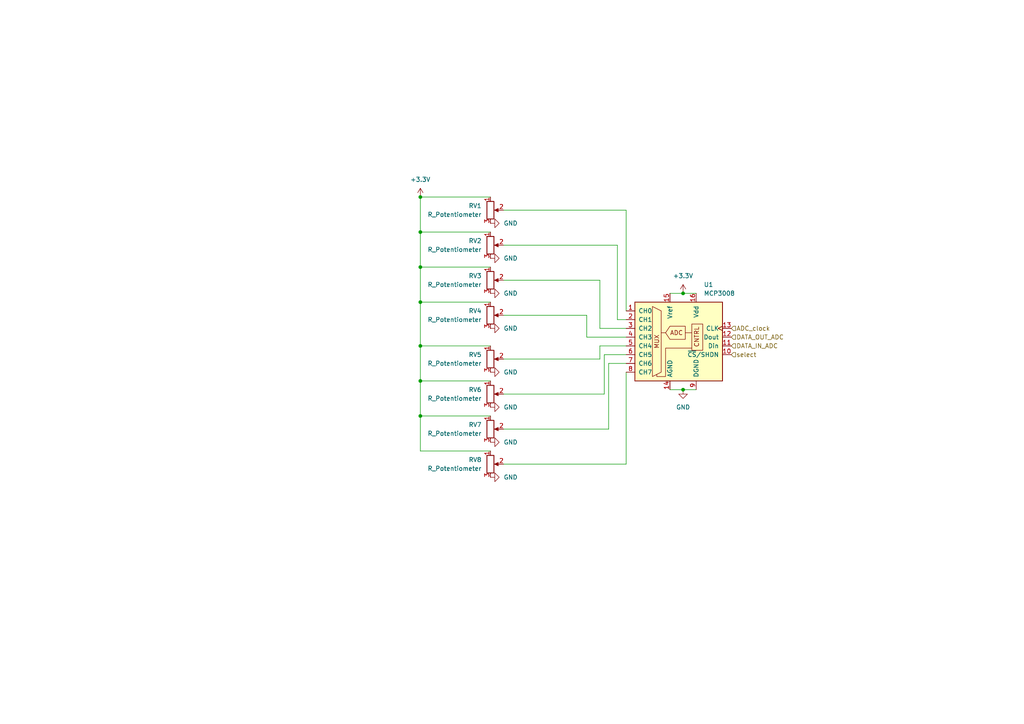
<source format=kicad_sch>
(kicad_sch (version 20231120) (generator "eeschema") (generator_version "8.0")
  (paper "A4")
  (lib_symbols
    (symbol "Analog_ADC:MCP3008" (pin_names (offset 1.016))
      (property "Reference" "U" (at -5.08 13.335 0))
      (property "Value" "MCP3008" (at -5.08 11.43 0))
      (symbol "MCP3008_0_0"
        (text "ADC" (at -0.635 1.27 0) (effects (font (size 1.27 1.27))))
        (text "CNTRL" (at 5.969 -2.921 900) (effects (font (size 1.27 1.27)) (justify left bottom)))
        (text "MUX" (at -6.35 -1.27 900) (effects (font (size 1.27 1.27))))
      )
      (symbol "MCP3008_0_1"
        (polyline (pts (xy -3.81 1.27) (xy -5.08 1.27)))
        (polyline (pts (xy 1.905 1.27) (xy 3.81 1.27)))
        (polyline (pts (xy -7.62 8.89) (xy -7.62 -11.43) (xy -5.08 -10.16) (xy -5.08 7.62) (xy -7.62 8.89)))
        (polyline (pts (xy 3.81 -3.175) (xy -3.81 -3.175) (xy -3.81 -11.43) (xy -6.35 -11.43) (xy -6.35 -10.795)))
        (polyline (pts (xy 1.905 3.175) (xy 1.905 -0.635) (xy -2.54 -0.635) (xy -3.81 1.27) (xy -2.54 3.175) (xy 1.905 3.175)))
        (rectangle (start 3.81 -3.81) (end 6.985 3.81))
        (rectangle (start 12.7 -12.7) (end -12.7 10.16) (stroke (width 0.254)) (fill (type background)))
      )
      (symbol "MCP3008_1_1"
        (pin input line (at -15.24 7.62 0) (length 2.54) (name "CH0") (number "1"))
        (pin input line (at 15.24 -5.08 180) (length 2.54) (name "~{CS}/SHDN") (number "10"))
        (pin input line (at 15.24 -2.54 180) (length 2.54) (name "Din") (number "11"))
        (pin output line (at 15.24 0 180) (length 2.54) (name "Dout") (number "12"))
        (pin input clock (at 15.24 2.54 180) (length 2.54) (name "CLK") (number "13"))
        (pin power_in line (at -2.54 -15.24 90) (length 2.54) (name "AGND") (number "14"))
        (pin power_in line (at -2.54 12.7 270) (length 2.54) (name "Vref") (number "15"))
        (pin power_in line (at 5.08 12.7 270) (length 2.54) (name "Vdd") (number "16"))
        (pin input line (at -15.24 5.08 0) (length 2.54) (name "CH1") (number "2"))
        (pin input line (at -15.24 2.54 0) (length 2.54) (name "CH2") (number "3"))
        (pin input line (at -15.24 0 0) (length 2.54) (name "CH3") (number "4"))
        (pin input line (at -15.24 -2.54 0) (length 2.54) (name "CH4") (number "5"))
        (pin input line (at -15.24 -5.08 0) (length 2.54) (name "CH5") (number "6"))
        (pin input line (at -15.24 -7.62 0) (length 2.54) (name "CH6") (number "7"))
        (pin input line (at -15.24 -10.16 0) (length 2.54) (name "CH7") (number "8"))
        (pin power_in line (at 5.08 -15.24 90) (length 2.54) (name "DGND") (number "9"))
      )
    )
    (symbol "Device:R_Potentiometer" (pin_names (offset 1.016) hide)
      (property "Reference" "RV" (at -4.445 0 90))
      (property "Value" "R_Potentiometer" (at -2.54 0 90))
      (symbol "R_Potentiometer_0_1"
        (polyline (pts (xy 2.54 0) (xy 1.524 0)))
        (polyline (pts (xy 1.143 0) (xy 2.286 0.508) (xy 2.286 -0.508) (xy 1.143 0)) (fill (type outline)))
        (rectangle (start 1.016 2.54) (end -1.016 -2.54) (stroke (width 0.254)))
      )
      (symbol "R_Potentiometer_1_1"
        (pin passive line (at 0 3.81 270) (length 1.27) (name "1") (number "1"))
        (pin passive line (at 3.81 0 180) (length 1.27) (name "2") (number "2"))
        (pin passive line (at 0 -3.81 90) (length 1.27) (name "3") (number "3"))
      )
    )
    (symbol "power:+3.3V" (power) (pin_numbers hide) (pin_names (offset 0) hide)
      (property "Value" "+3.3V" (at 0 3.556 0))
      (symbol "+3.3V_0_1"
        (polyline (pts (xy -0.762 1.27) (xy 0 2.54)))
        (polyline (pts (xy 0 0) (xy 0 2.54)))
        (polyline (pts (xy 0 2.54) (xy 0.762 1.27)))
      )
      (symbol "+3.3V_1_1"
        (pin power_in line (at 0 0 90) (length 0) (name "~") (number "1"))
      )
    )
    (symbol "power:GND" (power) (pin_numbers hide) (pin_names (offset 0) hide)
      (property "Value" "GND" (at 0 -3.81 0))
      (symbol "GND_0_1"
        (polyline (pts (xy 0 0) (xy 0 -1.27) (xy 1.27 -1.27) (xy 0 -2.54) (xy -1.27 -1.27) (xy 0 -1.27)))
      )
      (symbol "GND_1_1"
        (pin power_in line (at 0 0 270) (length 0) (name "~") (number "1"))
      )
    )
  )
  (junction (at 198.12 85.09))
  (junction (at 121.92 77.47))
  (junction (at 121.92 110.49))
  (junction (at 121.92 57.15))
  (junction (at 198.12 113.03))
  (junction (at 121.92 67.31))
  (junction (at 121.92 120.65))
  (junction (at 121.92 87.63))
  (junction (at 121.92 100.33))
  (wire (pts (xy 121.92 110.49) (xy 142.24 110.49)))
  (wire (pts (xy 146.05 114.3) (xy 175.26 114.3)))
  (wire (pts (xy 198.12 113.03) (xy 194.31 113.03)))
  (wire (pts (xy 121.92 87.63) (xy 142.24 87.63)))
  (wire (pts (xy 173.99 104.14) (xy 173.99 100.33)))
  (wire (pts (xy 181.61 105.41) (xy 176.53 105.41)))
  (wire (pts (xy 121.92 120.65) (xy 142.24 120.65)))
  (wire (pts (xy 121.92 77.47) (xy 142.24 77.47)))
  (wire (pts (xy 121.92 120.65) (xy 121.92 130.81)))
  (wire (pts (xy 175.26 102.87) (xy 181.61 102.87)))
  (wire (pts (xy 181.61 60.96) (xy 181.61 90.17)))
  (wire (pts (xy 146.05 81.28) (xy 173.99 81.28)))
  (wire (pts (xy 146.05 104.14) (xy 173.99 104.14)))
  (wire (pts (xy 179.07 71.12) (xy 179.07 92.71)))
  (wire (pts (xy 121.92 67.31) (xy 142.24 67.31)))
  (wire (pts (xy 121.92 130.81) (xy 142.24 130.81)))
  (wire (pts (xy 121.92 57.15) (xy 142.24 57.15)))
  (wire (pts (xy 146.05 60.96) (xy 181.61 60.96)))
  (wire (pts (xy 179.07 92.71) (xy 181.61 92.71)))
  (wire (pts (xy 176.53 124.46) (xy 146.05 124.46)))
  (wire (pts (xy 121.92 100.33) (xy 142.24 100.33)))
  (wire (pts (xy 173.99 81.28) (xy 173.99 95.25)))
  (wire (pts (xy 121.92 100.33) (xy 121.92 110.49)))
  (wire (pts (xy 146.05 91.44) (xy 170.18 91.44)))
  (wire (pts (xy 181.61 107.95) (xy 181.61 134.62)))
  (wire (pts (xy 121.92 110.49) (xy 121.92 120.65)))
  (wire (pts (xy 121.92 87.63) (xy 121.92 100.33)))
  (wire (pts (xy 121.92 57.15) (xy 121.92 67.31)))
  (wire (pts (xy 173.99 100.33) (xy 181.61 100.33)))
  (wire (pts (xy 173.99 95.25) (xy 181.61 95.25)))
  (wire (pts (xy 176.53 105.41) (xy 176.53 124.46)))
  (wire (pts (xy 170.18 97.79) (xy 181.61 97.79)))
  (wire (pts (xy 198.12 85.09) (xy 194.31 85.09)))
  (wire (pts (xy 146.05 71.12) (xy 179.07 71.12)))
  (wire (pts (xy 175.26 114.3) (xy 175.26 102.87)))
  (wire (pts (xy 170.18 91.44) (xy 170.18 97.79)))
  (wire (pts (xy 181.61 134.62) (xy 146.05 134.62)))
  (wire (pts (xy 198.12 85.09) (xy 201.93 85.09)))
  (wire (pts (xy 198.12 113.03) (xy 201.93 113.03)))
  (wire (pts (xy 121.92 67.31) (xy 121.92 77.47)))
  (wire (pts (xy 121.92 77.47) (xy 121.92 87.63)))
  (hierarchical_label "ADC_clock" (shape input) (at 212.09 95.25 0))
  (hierarchical_label "DATA_OUT_ADC" (shape input) (at 212.09 97.79 0))
  (hierarchical_label "DATA_IN_ADC" (shape input) (at 212.09 100.33 0))
  (hierarchical_label "select" (shape input) (at 212.09 102.87 0))
  (symbol (lib_id "power:GND") (at 142.24 85.09 90) (unit 1)
    (property "Reference" "#PWR064" (effects (hide yes)))
    (property "Value" "GND" (at 146.05 85.0899 90) (effects (justify right)))
    (property "Description" "Power symbol creates a global label with name \"GND\" , ground" (effects (hide yes)))
  )
  (symbol (lib_id "power:GND") (at 142.24 64.77 90) (unit 1)
    (property "Reference" "#PWR063" (effects (hide yes)))
    (property "Value" "GND" (at 146.05 64.7699 90) (effects (justify right)))
    (property "Description" "Power symbol creates a global label with name \"GND\" , ground" (effects (hide yes)))
  )
  (symbol (lib_id "power:GND") (at 198.12 113.03 0) (unit 1)
    (property "Reference" "#PWR071" (effects (hide yes)))
    (property "Value" "GND" (at 198.12 118.11 0))
    (property "Description" "Power symbol creates a global label with name \"GND\" , ground" (effects (hide yes)))
  )
  (symbol (lib_id "power:GND") (at 142.24 74.93 90) (unit 1)
    (property "Reference" "#PWR062" (effects (hide yes)))
    (property "Value" "GND" (at 146.05 74.9299 90) (effects (justify right)))
    (property "Description" "Power symbol creates a global label with name \"GND\" , ground" (effects (hide yes)))
  )
  (symbol (lib_id "Device:R_Potentiometer") (at 142.24 60.96 0) (unit 1)
    (property "Reference" "RV1" (at 139.7 59.6899 0) (effects (justify right)))
    (property "Value" "R_Potentiometer" (at 139.7 62.2299 0) (effects (justify right)))
    (property "Footprint" "Potentiometer_THT:Potentiometer_Bourns_PTV09A-1_Single_Vertical" (effects (hide yes)))
    (property "Description" "Potentiometer" (effects (hide yes)))
  )
  (symbol (lib_id "power:GND") (at 142.24 118.11 90) (unit 1)
    (property "Reference" "#PWR067" (effects (hide yes)))
    (property "Value" "GND" (at 146.05 118.1099 90) (effects (justify right)))
    (property "Description" "Power symbol creates a global label with name \"GND\" , ground" (effects (hide yes)))
  )
  (symbol (lib_id "Device:R_Potentiometer") (at 142.24 104.14 0) (unit 1)
    (property "Reference" "RV5" (at 139.7 102.8699 0) (effects (justify right)))
    (property "Value" "R_Potentiometer" (at 139.7 105.4099 0) (effects (justify right)))
    (property "Footprint" "Potentiometer_THT:Potentiometer_Bourns_PTV09A-1_Single_Vertical" (effects (hide yes)))
    (property "Description" "Potentiometer" (effects (hide yes)))
  )
  (symbol (lib_id "power:+3.3V") (at 121.92 57.15 0) (unit 1)
    (property "Reference" "#PWR061" (effects (hide yes)))
    (property "Value" "+3.3V" (at 121.92 52.07 0))
    (property "Description" "Power symbol creates a global label with name \"+3.3V\"" (effects (hide yes)))
  )
  (symbol (lib_id "power:GND") (at 142.24 95.25 90) (unit 1)
    (property "Reference" "#PWR065" (effects (hide yes)))
    (property "Value" "GND" (at 146.05 95.2499 90) (effects (justify right)))
    (property "Description" "Power symbol creates a global label with name \"GND\" , ground" (effects (hide yes)))
  )
  (symbol (lib_id "Device:R_Potentiometer") (at 142.24 134.62 0) (unit 1)
    (property "Reference" "RV8" (at 139.7 133.3499 0) (effects (justify right)))
    (property "Value" "R_Potentiometer" (at 139.7 135.8899 0) (effects (justify right)))
    (property "Footprint" "Potentiometer_THT:Potentiometer_Bourns_PTV09A-1_Single_Vertical" (effects (hide yes)))
    (property "Description" "Potentiometer" (effects (hide yes)))
  )
  (symbol (lib_id "power:GND") (at 142.24 138.43 90) (unit 1)
    (property "Reference" "#PWR069" (effects (hide yes)))
    (property "Value" "GND" (at 146.05 138.4299 90) (effects (justify right)))
    (property "Description" "Power symbol creates a global label with name \"GND\" , ground" (effects (hide yes)))
  )
  (symbol (lib_id "Device:R_Potentiometer") (at 142.24 114.3 0) (unit 1)
    (property "Reference" "RV6" (at 139.7 113.0299 0) (effects (justify right)))
    (property "Value" "R_Potentiometer" (at 139.7 115.5699 0) (effects (justify right)))
    (property "Footprint" "Potentiometer_THT:Potentiometer_Bourns_PTV09A-1_Single_Vertical" (effects (hide yes)))
    (property "Description" "Potentiometer" (effects (hide yes)))
  )
  (symbol (lib_id "Device:R_Potentiometer") (at 142.24 124.46 0) (unit 1)
    (property "Reference" "RV7" (at 139.7 123.1899 0) (effects (justify right)))
    (property "Value" "R_Potentiometer" (at 139.7 125.7299 0) (effects (justify right)))
    (property "Footprint" "Potentiometer_THT:Potentiometer_Bourns_PTV09A-1_Single_Vertical" (effects (hide yes)))
    (property "Description" "Potentiometer" (effects (hide yes)))
  )
  (symbol (lib_id "power:GND") (at 142.24 128.27 90) (unit 1)
    (property "Reference" "#PWR068" (effects (hide yes)))
    (property "Value" "GND" (at 146.05 128.2699 90) (effects (justify right)))
    (property "Description" "Power symbol creates a global label with name \"GND\" , ground" (effects (hide yes)))
  )
  (symbol (lib_id "Analog_ADC:MCP3008") (at 196.85 97.79 0) (unit 1)
    (property "Reference" "U1" (at 204.1241 82.55 0) (effects (justify left)))
    (property "Value" "MCP3008" (at 204.1241 85.09 0) (effects (justify left)))
    (property "Footprint" "Package_SO:SOIC-16_3.9x9.9mm_P1.27mm" (effects (hide yes)))
    (property "Datasheet" "http://ww1.microchip.com/downloads/en/DeviceDoc/21295d.pdf" (effects (hide yes)))
    (property "Description" "A/D Converter, 10-Bit, 8-Channel, SPI Interface , 2.7V-5.5V" (effects (hide yes)))
  )
  (symbol (lib_id "Device:R_Potentiometer") (at 142.24 91.44 0) (unit 1)
    (property "Reference" "RV4" (at 139.7 90.1699 0) (effects (justify right)))
    (property "Value" "R_Potentiometer" (at 139.7 92.7099 0) (effects (justify right)))
    (property "Footprint" "Potentiometer_THT:Potentiometer_Bourns_PTV09A-1_Single_Vertical" (effects (hide yes)))
    (property "Description" "Potentiometer" (effects (hide yes)))
  )
  (symbol (lib_id "power:GND") (at 142.24 107.95 90) (unit 1)
    (property "Reference" "#PWR066" (effects (hide yes)))
    (property "Value" "GND" (at 146.05 107.9499 90) (effects (justify right)))
    (property "Description" "Power symbol creates a global label with name \"GND\" , ground" (effects (hide yes)))
  )
  (symbol (lib_id "Device:R_Potentiometer") (at 142.24 71.12 0) (unit 1)
    (property "Reference" "RV2" (at 139.7 69.8499 0) (effects (justify right)))
    (property "Value" "R_Potentiometer" (at 139.7 72.3899 0) (effects (justify right)))
    (property "Footprint" "Potentiometer_THT:Potentiometer_Bourns_PTV09A-1_Single_Vertical" (effects (hide yes)))
    (property "Description" "Potentiometer" (effects (hide yes)))
  )
  (symbol (lib_id "power:+3.3V") (at 198.12 85.09 0) (unit 1)
    (property "Reference" "#PWR070" (effects (hide yes)))
    (property "Value" "+3.3V" (at 198.12 80.01 0))
    (property "Description" "Power symbol creates a global label with name \"+3.3V\"" (effects (hide yes)))
  )
  (symbol (lib_id "Device:R_Potentiometer") (at 142.24 81.28 0) (unit 1)
    (property "Reference" "RV3" (at 139.7 80.0099 0) (effects (justify right)))
    (property "Value" "R_Potentiometer" (at 139.7 82.5499 0) (effects (justify right)))
    (property "Footprint" "Potentiometer_THT:Potentiometer_Bourns_PTV09A-1_Single_Vertical" (effects (hide yes)))
    (property "Description" "Potentiometer" (effects (hide yes)))
  )
)
</source>
